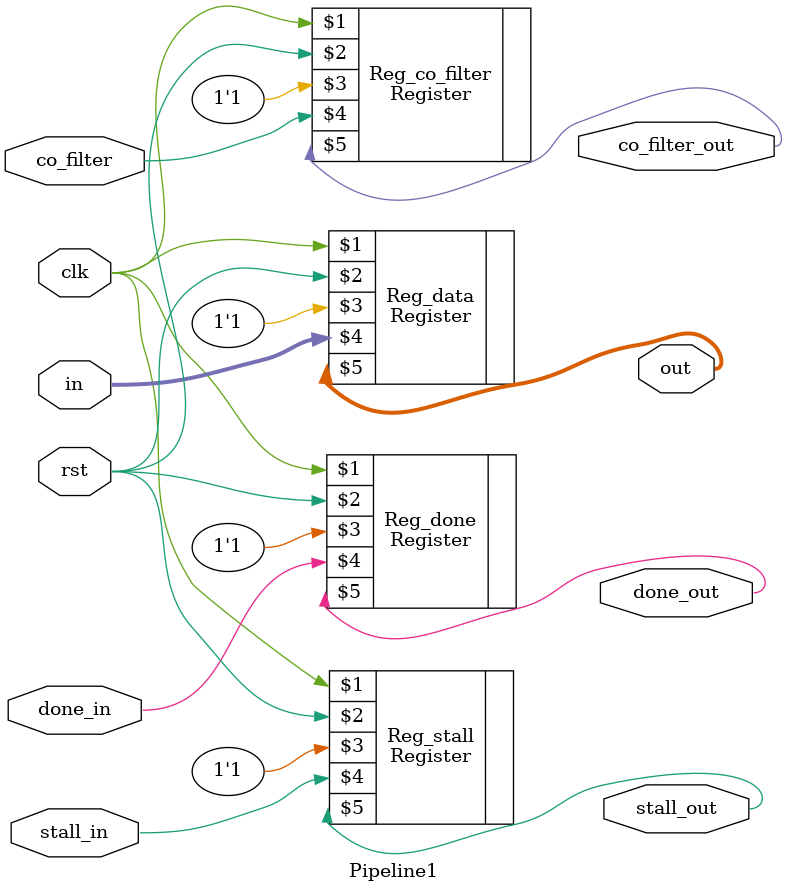
<source format=v>
module Pipeline1 #(
    parameter DATA_WIDTH = 8
) (
    input  wire clk,
    input  wire rst,
    input  wire stall_in,
    input  wire done_in,
    input  wire co_filter,
    input  wire [DATA_WIDTH-1:0] in,
    output wire  [DATA_WIDTH-1:0] out,
    output wire  stall_out,
    output wire  done_out,
    output wire  co_filter_out
);

Register #(DATA_WIDTH) Reg_data(clk, rst, 1'b1, in, out);
Register #(1) Reg_stall(clk, rst, 1'b1, stall_in, stall_out);
Register #(1) Reg_done(clk, rst, 1'b1, done_in, done_out);
Register #(1) Reg_co_filter(clk, rst, 1'b1, co_filter, co_filter_out);

endmodule
</source>
